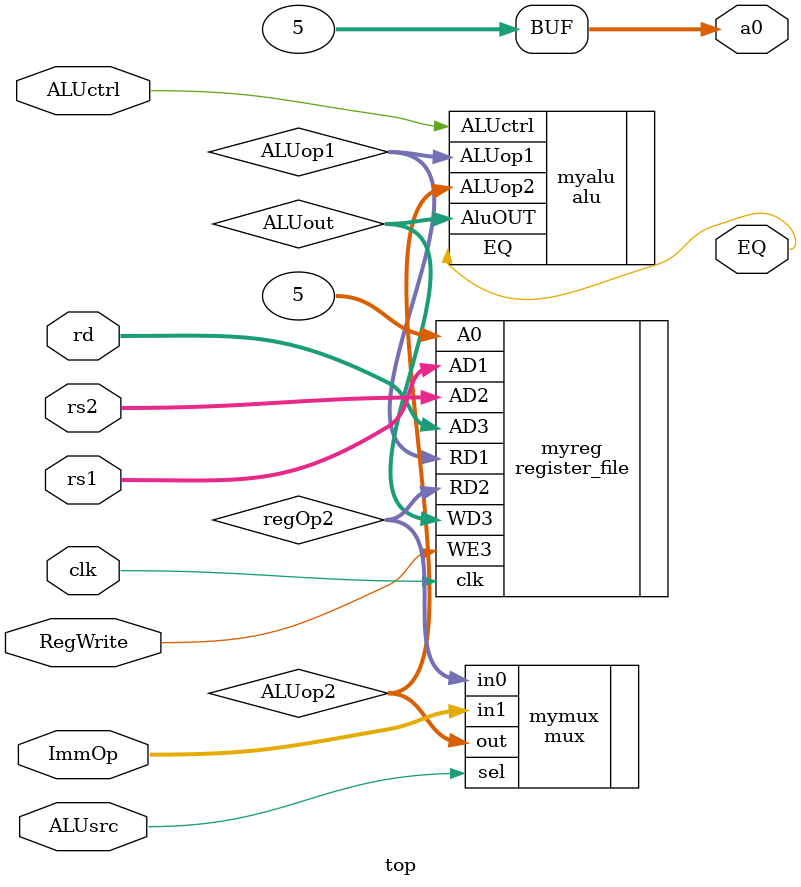
<source format=sv>
module top #(
    parameter   DATA_WIDTH = 32,
                ADDRESS_WIDTH = 5
) (
    input   logic                       clk,
    input logic                         ALUctrl,
    input logic                         ALUsrc,
    input logic [ADDRESS_WIDTH-1:0]     rs1, 
    input logic [ADDRESS_WIDTH-1:0]     rs2, 
    input logic [ADDRESS_WIDTH-1:0]     rd, 
    input logic                         RegWrite, 
    input logic [DATA_WIDTH-1:0]        ImmOp, 
    output logic [DATA_WIDTH-1:0]       a0, 
    output logic                        EQ
);

    logic [DATA_WIDTH-1:0]          ALUop2;
    logic [DATA_WIDTH-1:0]          ALUout;
    logic [DATA_WIDTH-1:0]          ALUop1;
    logic [DATA_WIDTH-1:0]          regOp2;


assign a0 = 32'd5;

alu myalu (
    .ALUop1(ALUop1),
    .ALUop2(ALUop2),
    .ALUctrl(ALUctrl),
    .AluOUT(ALUout),
    .EQ(EQ)
);

mux mymux (
    .in0(regOp2),
    .in1(ImmOp),
    .sel(ALUsrc),
    .out(ALUop2)
);

register_file myreg (
    .clk(clk),
    .AD1(rs1),
    .AD2(rs2),
    .AD3(rd),
    .WE3(RegWrite),
    .WD3(ALUout),
    .A0(a0),
    .RD1(ALUop1),
    .RD2(regOp2)
);

endmodule

</source>
